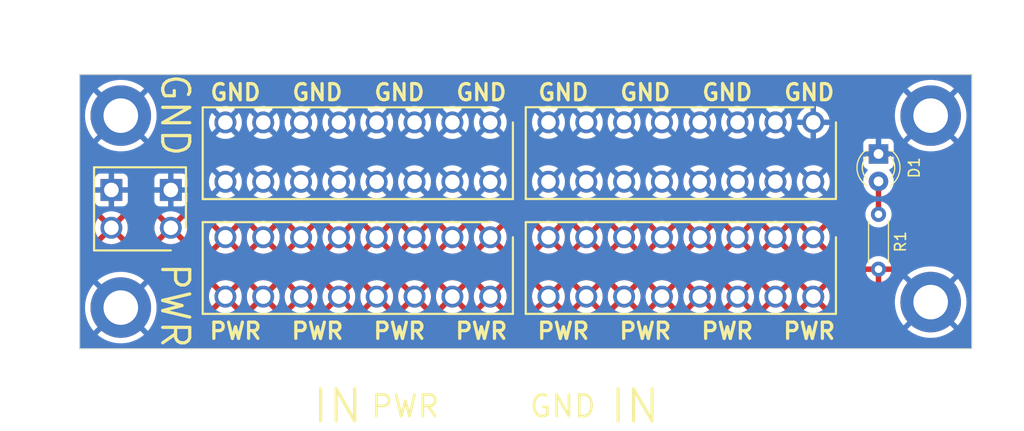
<source format=kicad_pcb>
(kicad_pcb (version 20221018) (generator pcbnew)
  (layers (0 "F.Cu" signal) (31 "B.Cu" power) (34 "B.Paste" user) (35 "F.Paste" user) (36 "B.SilkS" user "B.Silkscreen") (37 "F.SilkS" user "F.Silkscreen") (38 "B.Mask" user) (39 "F.Mask" user) (44 "Edge.Cuts" user))
  (net 0 "")
  (net 1 "Net-(D1-A)")
  (net 2 "GND")
  (net 3 "POWER IN")
  (footprint "TBLH10V-350-08BK:RHDR16W80P550X350_2X8_2870X850X1420P" (layer "F.Cu") (at 63.388 29.84 180)
    (fp_text reference "J3" hide)
    (fp_text value "TBLH10V-350-08BK" hide)
    (fp_line (start -2.1 -7.1) (end -2.1 0) (stroke (width 0.2)) (layer "F.SilkS"))
    (fp_line (start 0 1.4) (end 26.6 1.4) (stroke (width 0.2)) (layer "F.SilkS"))
    (fp_line (start 26.6 -7.1) (end -2.1 -7.1) (stroke (width 0.2)) (layer "F.SilkS"))
    (fp_line (start 26.6 1.4) (end 26.6 -7.1) (stroke (width 0.2)) (layer "F.SilkS"))
    (pad "1" thru_hole circle (at 0 0 180) (size 2.025 2.025) (drill 1.35) (layers "*.Cu" "*.Mask") (net 2 "GND"))
    (pad "2" thru_hole circle (at 0 -5.5 180) (size 2.025 2.025) (drill 1.35) (layers "*.Cu" "*.Mask") (net 2 "GND"))
    (pad "3" thru_hole circle (at 3.5 0 180) (size 2.025 2.025) (drill 1.35) (layers "*.Cu" "*.Mask") (net 2 "GND"))
    (pad "4" thru_hole circle (at 3.5 -5.5 180) (size 2.025 2.025) (drill 1.35) (layers "*.Cu" "*.Mask") (net 2 "GND"))
    (pad "5" thru_hole circle (at 7 0 180) (size 2.025 2.025) (drill 1.35) (layers "*.Cu" "*.Mask") (net 2 "GND"))
    (pad "6" thru_hole circle (at 7 -5.5 180) (size 2.025 2.025) (drill 1.35) (layers "*.Cu" "*.Mask") (net 2 "GND"))
    (pad "7" thru_hole circle (at 10.5 0 180) (size 2.025 2.025) (drill 1.35) (layers "*.Cu" "*.Mask") (net 2 "GND"))
    (pad "8" thru_hole circle (at 10.5 -5.5 180) (size 2.025 2.025) (drill 1.35) (layers "*.Cu" "*.Mask") (net 2 "GND"))
    (pad "9" thru_hole circle (at 14 0 180) (size 2.025 2.025) (drill 1.35) (layers "*.Cu" "*.Mask") (net 2 "GND"))
    (pad "10" thru_hole circle (at 14 -5.5 180) (size 2.025 2.025) (drill 1.35) (layers "*.Cu" "*.Mask") (net 2 "GND"))
    (pad "11" thru_hole circle (at 17.5 0 180) (size 2.025 2.025) (drill 1.35) (layers "*.Cu" "*.Mask") (net 2 "GND"))
    (pad "12" thru_hole circle (at 17.5 -5.5 180) (size 2.025 2.025) (drill 1.35) (layers "*.Cu" "*.Mask") (net 2 "GND"))
    (pad "13" thru_hole circle (at 21 0 180) (size 2.025 2.025) (drill 1.35) (layers "*.Cu" "*.Mask") (net 2 "GND"))
    (pad "14" thru_hole circle (at 21 -5.5 180) (size 2.025 2.025) (drill 1.35) (layers "*.Cu" "*.Mask") (net 2 "GND"))
    (pad "15" thru_hole circle (at 24.5 0 180) (size 2.025 2.025) (drill 1.35) (layers "*.Cu" "*.Mask") (net 2 "GND"))
    (pad "16" thru_hole circle (at 24.5 -5.5 180) (size 2.025 2.025) (drill 1.35) (layers "*.Cu" "*.Mask") (net 2 "GND"))
  )
  (footprint "MountingHole:MountingHole_3.2mm_M3_DIN965_Pad_TopBottom" (layer "F.Cu") (at 104.14 29.21)
    (fp_text reference "H3" hide)
    (fp_text value "MountingHole_Pad")
    (pad "1" thru_hole circle (at 0 0) (size 3.6 3.6) (drill 3.2) (layers "*.Cu" "*.Mask") (net 2 "GND"))
    (pad "1" connect circle (at 0 0) (size 5.6 5.6) (layers "F.Cu" "F.Mask") (net 2 "GND"))
    (pad "1" connect circle (at 0 0) (size 5.6 5.6) (layers "B.Cu" "B.Mask") (net 2 "GND"))
  )
  (footprint "TBLH10V-350-08BK:RHDR16W80P550X350_2X8_2870X850X1420P" (layer "F.Cu") (at 93.278 29.83 180)
    (fp_text reference "J2" hide)
    (fp_text value "TBLH10V-350-08BK" hide)
    (fp_line (start -2.1 -7.1) (end -2.1 0) (stroke (width 0.2)) (layer "F.SilkS"))
    (fp_line (start 0 1.4) (end 26.6 1.4) (stroke (width 0.2)) (layer "F.SilkS"))
    (fp_line (start 26.6 -7.1) (end -2.1 -7.1) (stroke (width 0.2)) (layer "F.SilkS"))
    (fp_line (start 26.6 1.4) (end 26.6 -7.1) (stroke (width 0.2)) (layer "F.SilkS"))
    (pad "1" thru_hole oval (at 0 0 180) (size 2.025 2.025) (drill 1.35) (layers "*.Cu" "*.Mask") (net 2 "GND"))
    (pad "2" thru_hole circle (at 0 -5.5 180) (size 2.025 2.025) (drill 1.35) (layers "*.Cu" "*.Mask") (net 2 "GND"))
    (pad "3" thru_hole circle (at 3.5 0 180) (size 2.025 2.025) (drill 1.35) (layers "*.Cu" "*.Mask") (net 2 "GND"))
    (pad "4" thru_hole circle (at 3.5 -5.5 180) (size 2.025 2.025) (drill 1.35) (layers "*.Cu" "*.Mask") (net 2 "GND"))
    (pad "5" thru_hole circle (at 7 0 180) (size 2.025 2.025) (drill 1.35) (layers "*.Cu" "*.Mask") (net 2 "GND"))
    (pad "6" thru_hole circle (at 7 -5.5 180) (size 2.025 2.025) (drill 1.35) (layers "*.Cu" "*.Mask") (net 2 "GND"))
    (pad "7" thru_hole circle (at 10.5 0 180) (size 2.025 2.025) (drill 1.35) (layers "*.Cu" "*.Mask") (net 2 "GND"))
    (pad "8" thru_hole circle (at 10.5 -5.5 180) (size 2.025 2.025) (drill 1.35) (layers "*.Cu" "*.Mask") (net 2 "GND"))
    (pad "9" thru_hole circle (at 14 0 180) (size 2.025 2.025) (drill 1.35) (layers "*.Cu" "*.Mask") (net 2 "GND"))
    (pad "10" thru_hole circle (at 14 -5.5 180) (size 2.025 2.025) (drill 1.35) (layers "*.Cu" "*.Mask") (net 2 "GND"))
    (pad "11" thru_hole circle (at 17.5 0 180) (size 2.025 2.025) (drill 1.35) (layers "*.Cu" "*.Mask") (net 2 "GND"))
    (pad "12" thru_hole circle (at 17.5 -5.5 180) (size 2.025 2.025) (drill 1.35) (layers "*.Cu" "*.Mask") (net 2 "GND"))
    (pad "13" thru_hole circle (at 21 0 180) (size 2.025 2.025) (drill 1.35) (layers "*.Cu" "*.Mask") (net 2 "GND"))
    (pad "14" thru_hole circle (at 21 -5.5 180) (size 2.025 2.025) (drill 1.35) (layers "*.Cu" "*.Mask") (net 2 "GND"))
    (pad "15" thru_hole circle (at 24.5 0 180) (size 2.025 2.025) (drill 1.35) (layers "*.Cu" "*.Mask") (net 2 "GND"))
    (pad "16" thru_hole circle (at 24.5 -5.5 180) (size 2.025 2.025) (drill 1.35) (layers "*.Cu" "*.Mask") (net 2 "GND"))
  )
  (footprint "MountingHole:MountingHole_3.2mm_M3_DIN965_Pad_TopBottom" (layer "F.Cu") (at 29.21 29.21)
    (fp_text reference "H1" hide)
    (fp_text value "MountingHole_Pad")
    (pad "1" thru_hole circle (at 0 0) (size 3.6 3.6) (drill 3.2) (layers "*.Cu" "*.Mask") (net 2 "GND"))
    (pad "1" connect circle (at 0 0) (size 5.6 5.6) (layers "F.Cu" "F.Mask") (net 2 "GND"))
    (pad "1" connect circle (at 0 0) (size 5.6 5.6) (layers "B.Cu" "B.Mask") (net 2 "GND"))
  )
  (footprint "TBLH10V-350-02BK:RHDR4W80P550X350_2X2_770X850X1420P" (layer "F.Cu") (at 33.838 39.596 90)
    (fp_text reference "J1" hide)
    (fp_text value "TBLH10V-350-02BK" hide)
    (fp_line (start -2.1 -7.1) (end -2.1 0) (stroke (width 0.2)) (layer "F.SilkS"))
    (fp_line (start 0 1.4) (end 5.6 1.4) (stroke (width 0.2)) (layer "F.SilkS"))
    (fp_line (start 5.6 -7.1) (end -2.1 -7.1) (stroke (width 0.2)) (layer "F.SilkS"))
    (fp_line (start 5.6 1.4) (end 5.6 -7.1) (stroke (width 0.2)) (layer "F.SilkS"))
    (pad "1" thru_hole circle (at 0 0 90) (size 2.025 2.025) (drill 1.35) (layers "*.Cu" "*.Mask") (net 3 "POWER IN"))
    (pad "2" thru_hole circle (at 0 -5.5 90) (size 2.025 2.025) (drill 1.35) (layers "*.Cu" "*.Mask") (net 3 "POWER IN"))
    (pad "3" thru_hole rect (at 3.5 0 90) (size 2.025 2.025) (drill 1.35) (layers "*.Cu" "*.Mask") (net 2 "GND"))
    (pad "4" thru_hole rect (at 3.5 -5.5 90) (size 2.025 2.025) (drill 1.35) (layers "*.Cu" "*.Mask") (net 2 "GND"))
  )
  (footprint "TBLH10V-350-08BK:RHDR16W80P550X350_2X8_2870X850X1420P" (layer "F.Cu") (at 93.278 40.474 180)
    (fp_text reference "J5" hide)
    (fp_text value "TBLH10V-350-08BK" hide)
    (fp_line (start -2.1 -7.1) (end -2.1 0) (stroke (width 0.2)) (layer "F.SilkS"))
    (fp_line (start 0 1.4) (end 26.6 1.4) (stroke (width 0.2)) (layer "F.SilkS"))
    (fp_line (start 26.6 -7.1) (end -2.1 -7.1) (stroke (width 0.2)) (layer "F.SilkS"))
    (fp_line (start 26.6 1.4) (end 26.6 -7.1) (stroke (width 0.2)) (layer "F.SilkS"))
    (pad "1" thru_hole circle (at 0 0 180) (size 2.025 2.025) (drill 1.35) (layers "*.Cu" "*.Mask") (net 3 "POWER IN"))
    (pad "2" thru_hole circle (at 0 -5.5 180) (size 2.025 2.025) (drill 1.35) (layers "*.Cu" "*.Mask") (net 3 "POWER IN"))
    (pad "3" thru_hole circle (at 3.5 0 180) (size 2.025 2.025) (drill 1.35) (layers "*.Cu" "*.Mask") (net 3 "POWER IN"))
    (pad "4" thru_hole circle (at 3.5 -5.5 180) (size 2.025 2.025) (drill 1.35) (layers "*.Cu" "*.Mask") (net 3 "POWER IN"))
    (pad "5" thru_hole circle (at 7 0 180) (size 2.025 2.025) (drill 1.35) (layers "*.Cu" "*.Mask") (net 3 "POWER IN"))
    (pad "6" thru_hole circle (at 7 -5.5 180) (size 2.025 2.025) (drill 1.35) (layers "*.Cu" "*.Mask") (net 3 "POWER IN"))
    (pad "7" thru_hole circle (at 10.5 0 180) (size 2.025 2.025) (drill 1.35) (layers "*.Cu" "*.Mask") (net 3 "POWER IN"))
    (pad "8" thru_hole circle (at 10.5 -5.5 180) (size 2.025 2.025) (drill 1.35) (layers "*.Cu" "*.Mask") (net 3 "POWER IN"))
    (pad "9" thru_hole circle (at 14 0 180) (size 2.025 2.025) (drill 1.35) (layers "*.Cu" "*.Mask") (net 3 "POWER IN"))
    (pad "10" thru_hole circle (at 14 -5.5 180) (size 2.025 2.025) (drill 1.35) (layers "*.Cu" "*.Mask") (net 3 "POWER IN"))
    (pad "11" thru_hole circle (at 17.5 0 180) (size 2.025 2.025) (drill 1.35) (layers "*.Cu" "*.Mask") (net 3 "POWER IN"))
    (pad "12" thru_hole circle (at 17.5 -5.5 180) (size 2.025 2.025) (drill 1.35) (layers "*.Cu" "*.Mask") (net 3 "POWER IN"))
    (pad "13" thru_hole circle (at 21 0 180) (size 2.025 2.025) (drill 1.35) (layers "*.Cu" "*.Mask") (net 3 "POWER IN"))
    (pad "14" thru_hole circle (at 21 -5.5 180) (size 2.025 2.025) (drill 1.35) (layers "*.Cu" "*.Mask") (net 3 "POWER IN"))
    (pad "15" thru_hole circle (at 24.5 0 180) (size 2.025 2.025) (drill 1.35) (layers "*.Cu" "*.Mask") (net 3 "POWER IN"))
    (pad "16" thru_hole circle (at 24.5 -5.5 180) (size 2.025 2.025) (drill 1.35) (layers "*.Cu" "*.Mask") (net 3 "POWER IN"))
  )
  (footprint "Resistor_THT:R_Axial_DIN0204_L3.6mm_D1.6mm_P5.08mm_Horizontal" (layer "F.Cu") (at 99.314 38.354 -90)
    (fp_text reference "R1" (at 2.54 -2.032 90) (layer "F.SilkS"))
    (fp_text value "2.9K")
    (fp_line (start 0.62 -0.92) (end 4.46 -0.92) (stroke (width 0.12)) (layer "F.SilkS"))
    (fp_line (start 0.62 0.92) (end 4.46 0.92) (stroke (width 0.12)) (layer "F.SilkS"))
    (pad "1" thru_hole circle (at 0 0 270) (size 1.4 1.4) (drill 0.7) (layers "*.Cu" "*.Mask") (net 1 "Net-(D1-A)"))
    (pad "2" thru_hole oval (at 5.08 0 270) (size 1.4 1.4) (drill 0.7) (layers "*.Cu" "*.Mask") (net 3 "POWER IN"))
  )
  (footprint "MountingHole:MountingHole_3.2mm_M3_DIN965_Pad_TopBottom" (layer "F.Cu") (at 29.21 46.99 90)
    (fp_text reference "H2" hide)
    (fp_text value "MountingHole_Pad")
    (pad "1" thru_hole circle (at 0 0 90) (size 3.6 3.6) (drill 3.2) (layers "*.Cu" "*.Mask") (net 2 "GND"))
    (pad "1" connect circle (at 0 0 90) (size 5.6 5.6) (layers "F.Cu" "F.Mask") (net 2 "GND"))
    (pad "1" connect circle (at 0 0 90) (size 5.6 5.6) (layers "B.Cu" "B.Mask") (net 2 "GND"))
  )
  (footprint "LED_THT:LED_D3.0mm" (layer "F.Cu") (at 99.314 32.761 -90)
    (fp_text reference "D1" (at 1.275 -3.302 90) (layer "F.SilkS"))
    (fp_text value "LED")
    (fp_line (start -0.29 -1.236) (end -0.29 -1.08) (stroke (width 0.12)) (layer "F.SilkS"))
    (fp_line (start -0.29 1.08) (end -0.29 1.236) (stroke (width 0.12)) (layer "F.SilkS"))
    (fp_arc (start -0.29 -1.235516) (mid 1.366487 -1.987659) (end 2.942335 -1.078608) (stroke (width 0.12)) (layer "F.SilkS"))
    (fp_arc (start 0.229039 -1.08) (mid 1.270117 -1.5) (end 2.31113 -1.079837) (stroke (width 0.12)) (layer "F.SilkS"))
    (fp_arc (start 2.31113 1.079837) (mid 1.270117 1.5) (end 0.229039 1.08) (stroke (width 0.12)) (layer "F.SilkS"))
    (fp_arc (start 2.942335 1.078608) (mid 1.366487 1.987659) (end -0.29 1.235516) (stroke (width 0.12)) (layer "F.SilkS"))
    (pad "1" thru_hole rect (at 0 0 270) (size 1.8 1.8) (drill 0.9) (layers "*.Cu" "*.Mask") (net 2 "GND"))
    (pad "2" thru_hole circle (at 2.54 0 270) (size 1.8 1.8) (drill 0.9) (layers "*.Cu" "*.Mask") (net 1 "Net-(D1-A)"))
  )
  (footprint "TBLH10V-350-08BK:RHDR16W80P550X350_2X8_2870X850X1420P" (layer "F.Cu") (at 63.388 40.474 180)
    (fp_text reference "J4" hide)
    (fp_text value "TBLH10V-350-08BK" hide)
    (fp_line (start -2.1 -7.1) (end -2.1 0) (stroke (width 0.2)) (layer "F.SilkS"))
    (fp_line (start 0 1.4) (end 26.6 1.4) (stroke (width 0.2)) (layer "F.SilkS"))
    (fp_line (start 26.6 -7.1) (end -2.1 -7.1) (stroke (width 0.2)) (layer "F.SilkS"))
    (fp_line (start 26.6 1.4) (end 26.6 -7.1) (stroke (width 0.2)) (layer "F.SilkS"))
    (pad "1" thru_hole circle (at 0 0 180) (size 2.025 2.025) (drill 1.35) (layers "*.Cu" "*.Mask") (net 3 "POWER IN"))
    (pad "2" thru_hole circle (at 0 -5.5 180) (size 2.025 2.025) (drill 1.35) (layers "*.Cu" "*.Mask") (net 3 "POWER IN"))
    (pad "3" thru_hole circle (at 3.5 0 180) (size 2.025 2.025) (drill 1.35) (layers "*.Cu" "*.Mask") (net 3 "POWER IN"))
    (pad "4" thru_hole circle (at 3.5 -5.5 180) (size 2.025 2.025) (drill 1.35) (layers "*.Cu" "*.Mask") (net 3 "POWER IN"))
    (pad "5" thru_hole circle (at 7 0 180) (size 2.025 2.025) (drill 1.35) (layers "*.Cu" "*.Mask") (net 3 "POWER IN"))
    (pad "6" thru_hole circle (at 7 -5.5 180) (size 2.025 2.025) (drill 1.35) (layers "*.Cu" "*.Mask") (net 3 "POWER IN"))
    (pad "7" thru_hole circle (at 10.5 0 180) (size 2.025 2.025) (drill 1.35) (layers "*.Cu" "*.Mask") (net 3 "POWER IN"))
    (pad "8" thru_hole circle (at 10.5 -5.5 180) (size 2.025 2.025) (drill 1.35) (layers "*.Cu" "*.Mask") (net 3 "POWER IN"))
    (pad "9" thru_hole circle (at 14 0 180) (size 2.025 2.025) (drill 1.35) (layers "*.Cu" "*.Mask") (net 3 "POWER IN"))
    (pad "10" thru_hole circle (at 14 -5.5 180) (size 2.025 2.025) (drill 1.35) (layers "*.Cu" "*.Mask") (net 3 "POWER IN"))
    (pad "11" thru_hole circle (at 17.5 0 180) (size 2.025 2.025) (drill 1.35) (layers "*.Cu" "*.Mask") (net 3 "POWER IN"))
    (pad "12" thru_hole circle (at 17.5 -5.5 180) (size 2.025 2.025) (drill 1.35) (layers "*.Cu" "*.Mask") (net 3 "POWER IN"))
    (pad "13" thru_hole circle (at 21 0 180) (size 2.025 2.025) (drill 1.35) (layers "*.Cu" "*.Mask") (net 3 "POWER IN"))
    (pad "14" thru_hole circle (at 21 -5.5 180) (size 2.025 2.025) (drill 1.35) (layers "*.Cu" "*.Mask") (net 3 "POWER IN"))
    (pad "15" thru_hole circle (at 24.5 0 180) (size 2.025 2.025) (drill 1.35) (layers "*.Cu" "*.Mask") (net 3 "POWER IN"))
    (pad "16" thru_hole circle (at 24.5 -5.5 180) (size 2.025 2.025) (drill 1.35) (layers "*.Cu" "*.Mask") (net 3 "POWER IN"))
  )
  (footprint "MountingHole:MountingHole_3.2mm_M3_DIN965_Pad_TopBottom" (layer "F.Cu") (at 104.14 46.482)
    (fp_text reference "H4" hide)
    (fp_text value "MountingHole_Pad")
    (pad "1" thru_hole circle (at 0 0) (size 3.6 3.6) (drill 3.2) (layers "*.Cu" "*.Mask") (net 2 "GND"))
    (pad "1" connect circle (at 0 0) (size 5.6 5.6) (layers "F.Cu" "F.Mask") (net 2 "GND"))
    (pad "1" connect circle (at 0 0) (size 5.6 5.6) (layers "B.Cu" "B.Mask") (net 2 "GND"))
  )
  (gr_rect (start 25.4 25.4) (end 107.95 50.8) (stroke (width 0.1)) (fill none) (layer "Edge.Cuts"))
  (gr_text "PWR" (at 60.017713 50.038) (layer "F.SilkS") (effects (font (size 1.5 1.5) (thickness 0.3) bold) (justify left bottom)))
  (gr_text "PWR" (at 55.536 56.134) (layer "F.SilkS") (effects (font (size 2 2) (thickness 0.25))))
  (gr_text "IN" (at 76.794 56.134) (layer "F.SilkS") (effects (font (size 3 3) (thickness 0.3))))
  (gr_text "GND" (at 32.766 25.146 270) (layer "F.SilkS") (effects (font (size 2.5 2.5) (thickness 0.3) bold) (justify left bottom)))
  (gr_text "GND" (at 70.104 56.134) (layer "F.SilkS") (effects (font (size 2 2) (thickness 0.25))))
  (gr_text "GND" (at 67.672856 27.94) (layer "F.SilkS") (effects (font (size 1.5 1.5) (thickness 0.3) bold) (justify left bottom)))
  (gr_text "GND" (at 82.840284 27.94) (layer "F.SilkS") (effects (font (size 1.5 1.5) (thickness 0.3) bold) (justify left bottom)))
  (gr_text "PWR" (at 37.266571 50.038) (layer "F.SilkS") (effects (font (size 1.5 1.5) (thickness 0.3) bold) (justify left bottom)))
  (gr_text "PWR" (at 32.766 42.672 270) (layer "F.SilkS") (effects (font (size 2.5 2.5) (thickness 0.3) bold) (justify left bottom)))
  (gr_text "GND" (at 52.505428 27.94) (layer "F.SilkS") (effects (font (size 1.5 1.5) (thickness 0.3) bold) (justify left bottom)))
  (gr_text "PWR" (at 67.601427 50.038) (layer "F.SilkS") (effects (font (size 1.5 1.5) (thickness 0.3) bold) (justify left bottom)))
  (gr_text "PWR" (at 52.433999 50.038) (layer "F.SilkS") (effects (font (size 1.5 1.5) (thickness 0.3) bold) (justify left bottom)))
  (gr_text "PWR" (at 75.185141 50.038) (layer "F.SilkS") (effects (font (size 1.5 1.5) (thickness 0.3) bold) (justify left bottom)))
  (gr_text "GND" (at 37.338 27.94) (layer "F.SilkS") (effects (font (size 1.5 1.5) (thickness 0.3) bold) (justify left bottom)))
  (gr_text "GND" (at 60.089142 27.94) (layer "F.SilkS") (effects (font (size 1.5 1.5) (thickness 0.3) bold) (justify left bottom)))
  (gr_text "PWR" (at 44.850285 50.038) (layer "F.SilkS") (effects (font (size 1.5 1.5) (thickness 0.3) bold) (justify left bottom)))
  (gr_text "GND" (at 90.424 27.94) (layer "F.SilkS") (effects (font (size 1.5 1.5) (thickness 0.3) bold) (justify left bottom)))
  (gr_text "PWR" (at 90.352571 50.038) (layer "F.SilkS") (effects (font (size 1.5 1.5) (thickness 0.3) bold) (justify left bottom)))
  (gr_text "GND" (at 44.921714 27.94) (layer "F.SilkS") (effects (font (size 1.5 1.5) (thickness 0.3) bold) (justify left bottom)))
  (gr_text "PWR" (at 82.768855 50.038) (layer "F.SilkS") (effects (font (size 1.5 1.5) (thickness 0.3) bold) (justify left bottom)))
  (gr_text "IN" (at 49.276 56.134) (layer "F.SilkS") (effects (font (size 3 3) (thickness 0.3))))
  (gr_text "GND" (at 75.25657 27.94) (layer "F.SilkS") (effects (font (size 1.5 1.5) (thickness 0.3) bold) (justify left bottom)))
  (segment (start 99.314 38.354) (end 99.314 35.301) (width 0.5) (layer "F.Cu") (net 1))
  (zone (net 3) (net_name "POWER IN") (layer "F.Cu") (priority 1) (connect_pads (clearance 0.508)) (min_thickness 0.254) (fill yes (thermal_gap 0.508) (thermal_bridge_width 0.508))
    (polygon (pts (xy 26.67 38.1) (xy 96.012 38.1) (xy 96.012 40.894) (xy 97.79 42.672) (xy 100.838 42.672) (xy 100.838 44.45) (xy 97.028 47.752) (xy 36.83 47.498) (xy 36.83 45.212) (xy 33.02 41.656) (xy 26.67 41.656)))
  )
  (zone (net 2) (net_name "GND") (layer "B.Cu") (connect_pads (clearance 0.508)) (min_thickness 0.254) (fill yes (thermal_gap 0.508) (thermal_bridge_width 0.508))
    (polygon (pts (xy 112.776 57.404) (xy 19.558 57.912) (xy 18.034 19.05) (xy 111.296598 18.49914)))
  )
)
</source>
